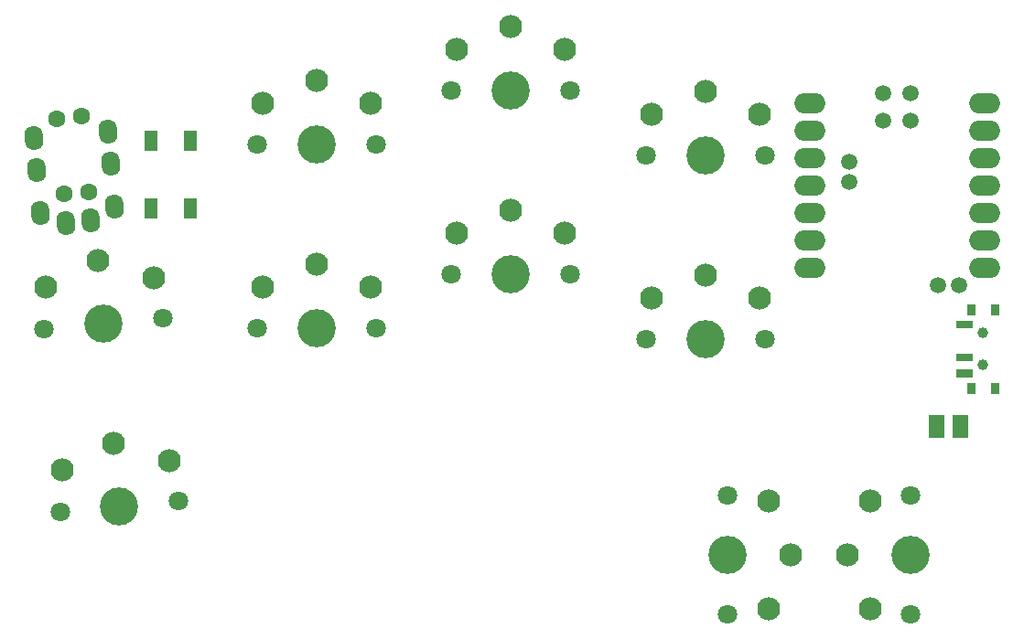
<source format=gbr>
%TF.GenerationSoftware,KiCad,Pcbnew,(6.99.0-1698-gc3bed8f6ee)*%
%TF.CreationDate,2022-08-24T14:05:48+02:00*%
%TF.ProjectId,tiny20_xiao,74696e79-3230-45f7-9869-616f2e6b6963,v1.0.0*%
%TF.SameCoordinates,Original*%
%TF.FileFunction,Soldermask,Bot*%
%TF.FilePolarity,Negative*%
%FSLAX46Y46*%
G04 Gerber Fmt 4.6, Leading zero omitted, Abs format (unit mm)*
G04 Created by KiCad (PCBNEW (6.99.0-1698-gc3bed8f6ee)) date 2022-08-24 14:05:48*
%MOMM*%
%LPD*%
G01*
G04 APERTURE LIST*
G04 Aperture macros list*
%AMRoundRect*
0 Rectangle with rounded corners*
0 $1 Rounding radius*
0 $2 $3 $4 $5 $6 $7 $8 $9 X,Y pos of 4 corners*
0 Add a 4 corners polygon primitive as box body*
4,1,4,$2,$3,$4,$5,$6,$7,$8,$9,$2,$3,0*
0 Add four circle primitives for the rounded corners*
1,1,$1+$1,$2,$3*
1,1,$1+$1,$4,$5*
1,1,$1+$1,$6,$7*
1,1,$1+$1,$8,$9*
0 Add four rect primitives between the rounded corners*
20,1,$1+$1,$2,$3,$4,$5,0*
20,1,$1+$1,$4,$5,$6,$7,0*
20,1,$1+$1,$6,$7,$8,$9,0*
20,1,$1+$1,$8,$9,$2,$3,0*%
%AMHorizOval*
0 Thick line with rounded ends*
0 $1 width*
0 $2 $3 position (X,Y) of the first rounded end (center of the circle)*
0 $4 $5 position (X,Y) of the second rounded end (center of the circle)*
0 Add line between two ends*
20,1,$1,$2,$3,$4,$5,0*
0 Add two circle primitives to create the rounded ends*
1,1,$1,$2,$3*
1,1,$1,$4,$5*%
G04 Aperture macros list end*
%ADD10C,0.100000*%
%ADD11C,1.801800*%
%ADD12C,3.529000*%
%ADD13C,2.132000*%
%ADD14O,2.850000X1.900000*%
%ADD15C,1.497000*%
%ADD16HorizOval,1.700000X-0.026147X0.298858X0.026147X-0.298858X0*%
%ADD17C,1.600000*%
%ADD18C,1.000000*%
%ADD19RoundRect,0.050000X-0.550000X0.900000X-0.550000X-0.900000X0.550000X-0.900000X0.550000X0.900000X0*%
G04 APERTURE END LIST*
%TO.C,SW01*%
G36*
X285140000Y-124710000D02*
G01*
X284440000Y-124710000D01*
X284440000Y-123810000D01*
X285140000Y-123810000D01*
X285140000Y-124710000D01*
G37*
D10*
X285140000Y-124710000D02*
X284440000Y-124710000D01*
X284440000Y-123810000D01*
X285140000Y-123810000D01*
X285140000Y-124710000D01*
G36*
X282940000Y-124710000D02*
G01*
X282240000Y-124710000D01*
X282240000Y-123810000D01*
X282940000Y-123810000D01*
X282940000Y-124710000D01*
G37*
X282940000Y-124710000D02*
X282240000Y-124710000D01*
X282240000Y-123810000D01*
X282940000Y-123810000D01*
X282940000Y-124710000D01*
G36*
X282640000Y-125960000D02*
G01*
X281240000Y-125960000D01*
X281240000Y-125360000D01*
X282640000Y-125360000D01*
X282640000Y-125960000D01*
G37*
X282640000Y-125960000D02*
X281240000Y-125960000D01*
X281240000Y-125360000D01*
X282640000Y-125360000D01*
X282640000Y-125960000D01*
G36*
X282640000Y-128960000D02*
G01*
X281240000Y-128960000D01*
X281240000Y-128360000D01*
X282640000Y-128360000D01*
X282640000Y-128960000D01*
G37*
X282640000Y-128960000D02*
X281240000Y-128960000D01*
X281240000Y-128360000D01*
X282640000Y-128360000D01*
X282640000Y-128960000D01*
G36*
X282640000Y-130460000D02*
G01*
X281240000Y-130460000D01*
X281240000Y-129860000D01*
X282640000Y-129860000D01*
X282640000Y-130460000D01*
G37*
X282640000Y-130460000D02*
X281240000Y-130460000D01*
X281240000Y-129860000D01*
X282640000Y-129860000D01*
X282640000Y-130460000D01*
G36*
X285140000Y-132010000D02*
G01*
X284440000Y-132010000D01*
X284440000Y-131110000D01*
X285140000Y-131110000D01*
X285140000Y-132010000D01*
G37*
X285140000Y-132010000D02*
X284440000Y-132010000D01*
X284440000Y-131110000D01*
X285140000Y-131110000D01*
X285140000Y-132010000D01*
G36*
X282940000Y-132010000D02*
G01*
X282240000Y-132010000D01*
X282240000Y-131110000D01*
X282940000Y-131110000D01*
X282940000Y-132010000D01*
G37*
X282940000Y-132010000D02*
X282240000Y-132010000D01*
X282240000Y-131110000D01*
X282940000Y-131110000D01*
X282940000Y-132010000D01*
%TO.C,BT01*%
G36*
X282258558Y-136090000D02*
G01*
X280858558Y-136090000D01*
X280858558Y-134090000D01*
X282258558Y-134090000D01*
X282258558Y-136090000D01*
G37*
X282258558Y-136090000D02*
X280858558Y-136090000D01*
X280858558Y-134090000D01*
X282258558Y-134090000D01*
X282258558Y-136090000D01*
G36*
X280060000Y-136090000D02*
G01*
X278660000Y-136090000D01*
X278660000Y-134090000D01*
X280060000Y-134090000D01*
X280060000Y-136090000D01*
G37*
X280060000Y-136090000D02*
X278660000Y-136090000D01*
X278660000Y-134090000D01*
X280060000Y-134090000D01*
X280060000Y-136090000D01*
%TD*%
D11*
%TO.C,S3*%
X216530147Y-125990773D03*
D12*
X222030147Y-125990773D03*
D11*
X227530147Y-125990773D03*
D13*
X217030147Y-122190773D03*
X227030147Y-122190773D03*
X222030147Y-120090773D03*
X222030147Y-120090773D03*
%TD*%
D11*
%TO.C,S9*%
X260030146Y-141490776D03*
D12*
X260030146Y-146990776D03*
D11*
X260030146Y-152490776D03*
D13*
X263830146Y-141990776D03*
X263830146Y-151990776D03*
X265930146Y-146990776D03*
X265930146Y-146990776D03*
%TD*%
D11*
%TO.C,S7*%
X252530146Y-126990772D03*
D12*
X258030146Y-126990772D03*
D11*
X263530146Y-126990772D03*
D13*
X253030146Y-123190772D03*
X263030146Y-123190772D03*
X258030146Y-121090772D03*
X258030146Y-121090772D03*
%TD*%
D11*
%TO.C,S4*%
X216530147Y-108990773D03*
D12*
X222030147Y-108990773D03*
D11*
X227530147Y-108990773D03*
D13*
X217030147Y-105190773D03*
X227030147Y-105190773D03*
X222030147Y-103090773D03*
X222030147Y-103090773D03*
%TD*%
D11*
%TO.C,S6*%
X234530147Y-103990775D03*
D12*
X240030147Y-103990775D03*
D11*
X245530147Y-103990775D03*
D13*
X235030147Y-100190775D03*
X245030147Y-100190775D03*
X240030147Y-98090775D03*
X240030147Y-98090775D03*
%TD*%
D14*
%TO.C,U1*%
X267664999Y-105179999D03*
X267664999Y-107719999D03*
X267664999Y-110259999D03*
X267664999Y-112799999D03*
X267664999Y-115339999D03*
X267664999Y-117879999D03*
X267664999Y-120419999D03*
X283854999Y-120419999D03*
X283854999Y-117879999D03*
X283854999Y-115339999D03*
X283854999Y-112799999D03*
X283854999Y-110259999D03*
X283854999Y-107719999D03*
X283854999Y-105179999D03*
D15*
X274490000Y-104228000D03*
X277030000Y-104228000D03*
X274490000Y-106768000D03*
X277030000Y-106768000D03*
X271315000Y-112483000D03*
X271315000Y-110578000D03*
X279570000Y-122008000D03*
X281475000Y-122008000D03*
%TD*%
D11*
%TO.C,S1*%
X198312441Y-143004483D03*
D12*
X203791512Y-142525126D03*
D11*
X209270583Y-142045769D03*
D13*
X198479347Y-139175365D03*
X208441294Y-138303807D03*
X203277293Y-136647577D03*
X203277293Y-136647577D03*
%TD*%
D11*
%TO.C,S8*%
X252530147Y-109990774D03*
D12*
X258030147Y-109990774D03*
D11*
X263530147Y-109990774D03*
D13*
X253030147Y-106190774D03*
X263030147Y-106190774D03*
X258030147Y-104090774D03*
X258030147Y-104090774D03*
%TD*%
D16*
%TO.C,TRRS*%
X202759594Y-107782855D03*
X195885851Y-108384230D03*
X203021062Y-110771439D03*
X196147318Y-111372814D03*
X203369685Y-114756218D03*
X196495941Y-115357593D03*
X201174308Y-116052490D03*
X198883060Y-116252949D03*
D17*
X200938989Y-113362766D03*
X200328898Y-106389403D03*
X198647741Y-113563224D03*
X198037651Y-106589861D03*
%TD*%
D11*
%TO.C,S2*%
X196830792Y-126069171D03*
D12*
X202309863Y-125589814D03*
D11*
X207788934Y-125110457D03*
D13*
X196997698Y-122240053D03*
X206959645Y-121368495D03*
X201795644Y-119712265D03*
X201795644Y-119712265D03*
%TD*%
D18*
%TO.C,SW01*%
X283690000Y-126410000D03*
X283690000Y-126410000D03*
X283690000Y-129410000D03*
X283690000Y-129410000D03*
%TD*%
D11*
%TO.C,S10*%
X277030146Y-152490773D03*
D12*
X277030146Y-146990773D03*
D11*
X277030146Y-141490773D03*
D13*
X273230146Y-151990773D03*
X273230146Y-141990773D03*
X271130146Y-146990773D03*
X271130146Y-146990773D03*
%TD*%
D11*
%TO.C,S5*%
X234530145Y-120990774D03*
D12*
X240030145Y-120990774D03*
D11*
X245530145Y-120990774D03*
D13*
X235030145Y-117190774D03*
X245030145Y-117190774D03*
X240030145Y-115090774D03*
X240030145Y-115090774D03*
%TD*%
D19*
%TO.C,B2*%
X206703309Y-108682746D03*
X206703309Y-114882746D03*
X210403309Y-108682746D03*
X210403309Y-114882746D03*
%TD*%
M02*

</source>
